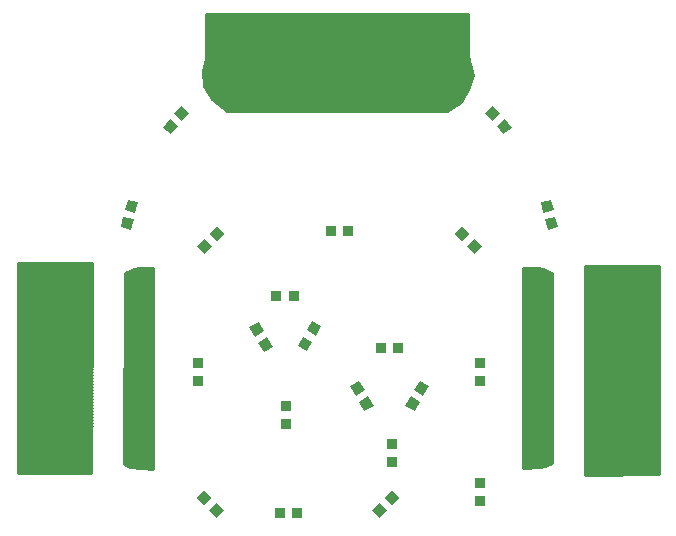
<source format=gts>
%FSLAX46Y46*%
%MOIN*%
%ADD10C,0.01*%
%ADD11C,0.043*%
%ADD12R,0.0355X0.0355*%
%ADD14C,0.05124*%
%LPD*%
D10*
X39070Y232510D02*
G01*
X284990Y230010D01*
X286660Y930000D01*
X39070Y931670D01*
Y232510D01*
Y237000D02*
X285010D01*
X285030Y246990D02*
X39070D01*
Y256970D02*
X285060D01*
X285080Y266960D02*
X39070D01*
Y276940D02*
X285110D01*
X285130Y286930D02*
X39070D01*
Y296910D02*
X285150D01*
X285180Y306900D02*
X39070D01*
Y316880D02*
X285200D01*
X285220Y326870D02*
X39070D01*
Y336850D02*
X285250D01*
X285270Y346840D02*
X39070D01*
Y356820D02*
X285300D01*
X285320Y366810D02*
X39070D01*
Y376790D02*
X285340D01*
X285370Y386780D02*
X39070D01*
Y396760D02*
X285390D01*
X285410Y406750D02*
X39070D01*
Y416730D02*
X285440D01*
X285460Y426720D02*
X39070D01*
Y436700D02*
X285490D01*
X285510Y446690D02*
X39070D01*
Y456670D02*
X285530D01*
X285560Y466660D02*
X39070D01*
Y476640D02*
X285580D01*
X285600Y486630D02*
X39070D01*
Y496610D02*
X285630D01*
X285650Y506600D02*
X39070D01*
Y516580D02*
X285680D01*
X285700Y526570D02*
X39070D01*
Y536550D02*
X285720D01*
X285750Y546540D02*
X39070D01*
Y556520D02*
X285770D01*
X285790Y566510D02*
X39070D01*
Y576490D02*
X285820D01*
X285840Y586480D02*
X39070D01*
Y596460D02*
X285870D01*
X285890Y606450D02*
X39070D01*
Y616430D02*
X285910D01*
X285940Y626420D02*
X39070D01*
Y636400D02*
X285960D01*
X285990Y646390D02*
X39070D01*
Y656380D02*
X286010D01*
X286030Y666360D02*
X39070D01*
Y676350D02*
X286060D01*
X286080Y686330D02*
X39070D01*
Y696320D02*
X286100D01*
X286130Y706300D02*
X39070D01*
Y716290D02*
X286150D01*
X286180Y726270D02*
X39070D01*
Y736260D02*
X286200D01*
X286220Y746240D02*
X39070D01*
Y756230D02*
X286250D01*
X286270Y766210D02*
X39070D01*
Y776200D02*
X286290D01*
X286320Y786180D02*
X39070D01*
Y796170D02*
X286340D01*
X286370Y806150D02*
X39070D01*
Y816140D02*
X286390D01*
X286410Y826120D02*
X39070D01*
Y836110D02*
X286440D01*
X286460Y846090D02*
X39070D01*
Y856080D02*
X286480D01*
X286510Y866060D02*
X39070D01*
Y876050D02*
X286530D01*
X286560Y886030D02*
X39070D01*
Y896020D02*
X286580D01*
X286600Y906000D02*
X39070D01*
Y915990D02*
X286630D01*
X286650Y925970D02*
X39070D01*
X395880Y897520D02*
X395040Y260830D01*
X414830Y249870D01*
X491360Y245000D01*
Y915010D01*
X446490Y914600D01*
X427330Y910430D01*
X395880Y897520D01*
Y896020D02*
X491360D01*
Y906000D02*
X416540D01*
X395860Y886030D02*
X491360D01*
Y876050D02*
X395850D01*
X395840Y866060D02*
X491360D01*
Y856080D02*
X395820D01*
X395810Y846090D02*
X491360D01*
Y836110D02*
X395800D01*
X395780Y826120D02*
X491360D01*
Y816140D02*
X395770D01*
X395760Y806150D02*
X491360D01*
Y796170D02*
X395740D01*
X395730Y786180D02*
X491360D01*
Y776200D02*
X395720D01*
X395710Y766210D02*
X491360D01*
Y756230D02*
X395690D01*
X395680Y746240D02*
X491360D01*
Y736260D02*
X395670D01*
X395650Y726270D02*
X491360D01*
Y716290D02*
X395640D01*
X395630Y706300D02*
X491360D01*
Y696320D02*
X395610D01*
X395600Y686330D02*
X491360D01*
Y676350D02*
X395590D01*
X395570Y666360D02*
X491360D01*
Y656380D02*
X395560D01*
X395550Y646390D02*
X491360D01*
Y636400D02*
X395540D01*
X395520Y626420D02*
X491360D01*
Y616430D02*
X395510D01*
X395500Y606450D02*
X491360D01*
Y596460D02*
X395480D01*
X395470Y586480D02*
X491360D01*
Y576490D02*
X395460D01*
X395440Y566510D02*
X491360D01*
Y556520D02*
X395430D01*
X395420Y546540D02*
X491360D01*
Y536550D02*
X395400D01*
X395390Y526570D02*
X491360D01*
Y516580D02*
X395380D01*
X395370Y506600D02*
X491360D01*
Y496610D02*
X395350D01*
X395340Y486630D02*
X491360D01*
Y476640D02*
X395330D01*
X395310Y466660D02*
X491360D01*
Y456670D02*
X395300D01*
X395290Y446690D02*
X491360D01*
Y436700D02*
X395270D01*
X395260Y426720D02*
X491360D01*
Y416730D02*
X395250D01*
X395230Y406750D02*
X491360D01*
Y396760D02*
X395220D01*
X395210Y386780D02*
X491360D01*
Y376790D02*
X395200D01*
X395180Y366810D02*
X491360D01*
Y356820D02*
X395170D01*
X395160Y346840D02*
X491360D01*
Y336850D02*
X395140D01*
X395130Y326870D02*
X491360D01*
Y316880D02*
X395120D01*
X395100Y306900D02*
X491360D01*
Y296910D02*
X395090D01*
X395080Y286930D02*
X491360D01*
Y276940D02*
X395070D01*
X395050Y266960D02*
X491360D01*
Y256970D02*
X402010D01*
X460130Y246990D02*
X491360D01*
X1723800Y249160D02*
Y914180D01*
X1769290Y914600D01*
X1789280Y909600D01*
X1803440Y902940D01*
X1815940Y898770D01*
X1819610Y899180D01*
Y265820D01*
X1795950Y255700D01*
X1777620Y251530D01*
X1723800Y249160D01*
Y256970D02*
X1798920D01*
X1819610Y266960D02*
X1723800D01*
Y276940D02*
X1819610D01*
Y286930D02*
X1723800D01*
Y296910D02*
X1819610D01*
Y306900D02*
X1723800D01*
Y316880D02*
X1819610D01*
Y326870D02*
X1723800D01*
Y336850D02*
X1819610D01*
Y346840D02*
X1723800D01*
Y356820D02*
X1819610D01*
Y366810D02*
X1723800D01*
Y376790D02*
X1819610D01*
Y386780D02*
X1723800D01*
Y396760D02*
X1819610D01*
Y406750D02*
X1723800D01*
Y416730D02*
X1819610D01*
Y426720D02*
X1723800D01*
Y436700D02*
X1819610D01*
Y446690D02*
X1723800D01*
Y456670D02*
X1819610D01*
Y466660D02*
X1723800D01*
Y476640D02*
X1819610D01*
Y486630D02*
X1723800D01*
Y496610D02*
X1819610D01*
Y506600D02*
X1723800D01*
Y516580D02*
X1819610D01*
Y526570D02*
X1723800D01*
Y536550D02*
X1819610D01*
Y546540D02*
X1723800D01*
Y556520D02*
X1819610D01*
Y566510D02*
X1723800D01*
Y576490D02*
X1819610D01*
Y586480D02*
X1723800D01*
Y596460D02*
X1819610D01*
Y606450D02*
X1723800D01*
Y616430D02*
X1819610D01*
Y626420D02*
X1723800D01*
Y636400D02*
X1819610D01*
Y646390D02*
X1723800D01*
Y656380D02*
X1819610D01*
Y666360D02*
X1723800D01*
Y676350D02*
X1819610D01*
Y686330D02*
X1723800D01*
Y696320D02*
X1819610D01*
Y706300D02*
X1723800D01*
Y716290D02*
X1819610D01*
Y726270D02*
X1723800D01*
Y736260D02*
X1819610D01*
Y746240D02*
X1723800D01*
Y756230D02*
X1819610D01*
Y766210D02*
X1723800D01*
Y776200D02*
X1819610D01*
Y786180D02*
X1723800D01*
Y796170D02*
X1819610D01*
Y806150D02*
X1723800D01*
Y816140D02*
X1819610D01*
Y826120D02*
X1723800D01*
Y836110D02*
X1819610D01*
Y846090D02*
X1723800D01*
Y856080D02*
X1819610D01*
Y866060D02*
X1723800D01*
Y876050D02*
X1819610D01*
Y886030D02*
X1723800D01*
Y896020D02*
X1819610D01*
X1796930Y906000D02*
X1723800D01*
X1930070D02*
X2176100D01*
Y896020D02*
X1930070D01*
Y886030D02*
X2176100D01*
Y876050D02*
X1930070D01*
Y866060D02*
X2176100D01*
Y856080D02*
X1930070D01*
Y846090D02*
X2176100D01*
Y836110D02*
X1930070D01*
Y826120D02*
X2176100D01*
Y816140D02*
X1930070D01*
Y806150D02*
X2176100D01*
Y796170D02*
X1930070D01*
Y786180D02*
X2176100D01*
Y776200D02*
X1930070D01*
Y766210D02*
X2176100D01*
Y756230D02*
X1930070D01*
Y746240D02*
X2176100D01*
Y736260D02*
X1930070D01*
Y726270D02*
X2176100D01*
Y716290D02*
X1930070D01*
Y706300D02*
X2176100D01*
Y696320D02*
X1930070D01*
Y686330D02*
X2176100D01*
Y676350D02*
X1930070D01*
Y666360D02*
X2176100D01*
Y656380D02*
X1930070D01*
Y646390D02*
X2176100D01*
Y636400D02*
X1930070D01*
Y626420D02*
X2176100D01*
Y616430D02*
X1930070D01*
Y606450D02*
X2176100D01*
Y596460D02*
X1930070D01*
Y586480D02*
X2176100D01*
Y576490D02*
X1930070D01*
Y566510D02*
X2176100D01*
Y556520D02*
X1930070D01*
Y546540D02*
X2176100D01*
Y536550D02*
X1930070D01*
Y526570D02*
X2176100D01*
Y516580D02*
X1930070D01*
Y506600D02*
X2176100D01*
Y496610D02*
X1930070D01*
Y486630D02*
X2176100D01*
Y476640D02*
X1930070D01*
Y466660D02*
X2176100D01*
Y456670D02*
X1930070D01*
Y446690D02*
X2176100D01*
Y436700D02*
X1930070D01*
Y426720D02*
X2176100D01*
Y416730D02*
X1930070D01*
Y406750D02*
X2176100D01*
Y396760D02*
X1930070D01*
Y386780D02*
X2176100D01*
Y376790D02*
X1930070D01*
Y366810D02*
X2176100D01*
Y356820D02*
X1930070D01*
Y346840D02*
X2176100D01*
Y336850D02*
X1930070D01*
Y326870D02*
X2176100D01*
Y316880D02*
X1930070D01*
Y306900D02*
X2176100D01*
Y296910D02*
X1930070D01*
Y286930D02*
X2176100D01*
Y276940D02*
X1930070D01*
Y266960D02*
X2176100D01*
Y256970D02*
X1930070D01*
Y246990D02*
X2176100D01*
Y237000D02*
X1930070D01*
Y227020D02*
X2176100D01*
Y226680D02*
Y921830D01*
X1930070Y921000D01*
Y225850D01*
X2176100Y226680D01*
Y915990D02*
X1930070D01*
X1516660Y1467510D02*
X1471660Y1437510D01*
X736660D01*
X686660Y1477510D01*
X661660Y1522510D01*
X656660Y1572510D01*
X666660Y1612510D01*
Y1762350D01*
X1541660D01*
Y1617510D01*
X1556660Y1557510D01*
X1541660Y1512510D01*
X1516660Y1467510D01*
X1513150Y1465170D02*
X702080D01*
X689600Y1475150D02*
X1520910D01*
X1526460Y1485140D02*
X682420D01*
X676870Y1495120D02*
X1532000D01*
X1537550Y1505110D02*
X671320D01*
X665780Y1515090D02*
X1542520D01*
X1545850Y1525080D02*
X661400D01*
X660400Y1535060D02*
X1549180D01*
X1552510Y1545050D02*
X659410D01*
X658410Y1555040D02*
X1555840D01*
X1554780Y1565020D02*
X657410D01*
X657280Y1575010D02*
X1552290D01*
X1549790Y1584990D02*
X659780D01*
X662280Y1594980D02*
X1547290D01*
X1544800Y1604960D02*
X664770D01*
X666660Y1614950D02*
X1542300D01*
X1541660Y1624930D02*
X666660D01*
Y1634920D02*
X1541660D01*
Y1644900D02*
X666660D01*
Y1654890D02*
X1541660D01*
Y1664870D02*
X666660D01*
Y1674860D02*
X1541660D01*
Y1684840D02*
X666660D01*
Y1694830D02*
X1541660D01*
Y1704810D02*
X666660D01*
Y1714800D02*
X1541660D01*
Y1724780D02*
X666660D01*
Y1734770D02*
X1541660D01*
Y1744750D02*
X666660D01*
Y1754740D02*
X1541660D01*
X714560Y1455180D02*
X1498180D01*
X1483200Y1445200D02*
X727040D01*
D11*
X2030730Y679690D03*
X2110730D03*
X2070730Y479690D03*
D12*
X1581660Y537980D03*
Y597030D03*
X1308330Y649450D03*
X1249270D03*
X959550Y820660D03*
X900500D03*
X1082130Y1037510D03*
X1141190D03*
X641660Y597030D03*
Y537980D03*
X933200Y453860D03*
Y394800D03*
X912130Y97510D03*
X971190D03*
X1286660Y267980D03*
Y327030D03*
X1581660Y197030D03*
Y137980D03*
G36*
X1312640Y148390D02*
X1287540Y123290D01*
X1262440Y148390D01*
X1287540Y173490D01*
X1312640Y148390D01*
G37*
G36*
X1270880Y106630D02*
X1245780Y81530D01*
X1220680Y106630D01*
X1245780Y131730D01*
X1270880Y106630D01*
G37*
G36*
X1208100Y486410D02*
X1225850Y455680D01*
X1195120Y437930D01*
X1177370Y468660D01*
X1208100Y486410D01*
G37*
G36*
X1178570Y537560D02*
X1196320Y506830D01*
X1165590Y489080D01*
X1147840Y519810D01*
X1178570Y537560D01*
G37*
G36*
X1331740Y455680D02*
X1349490Y486410D01*
X1380220Y468660D01*
X1362470Y437930D01*
X1331740Y455680D01*
G37*
G36*
X1361270Y506830D02*
X1379020Y537560D01*
X1409750Y519810D01*
X1392000Y489080D01*
X1361270Y506830D01*
G37*
G36*
X1002990Y706580D02*
X1020740Y737310D01*
X1051470Y719560D01*
X1033720Y688830D01*
X1002990Y706580D01*
G37*
G36*
X973460Y655430D02*
X991210Y686160D01*
X1021940Y668410D01*
X1004190Y637680D01*
X973460Y655430D01*
G37*
G36*
X872010Y682990D02*
X889760Y652260D01*
X859030Y634510D01*
X841280Y665240D01*
X872010Y682990D01*
G37*
G36*
X842480Y734140D02*
X860230Y703410D01*
X829500Y685660D01*
X811750Y716390D01*
X842480Y734140D01*
G37*
G36*
X635680Y986630D02*
X660780Y1011730D01*
X685880Y986630D01*
X660780Y961530D01*
X635680Y986630D01*
G37*
G36*
X677440Y1028390D02*
X702540Y1053490D01*
X727640Y1028390D01*
X702540Y1003290D01*
X677440Y1028390D01*
G37*
G36*
X441030Y1133580D02*
X431850Y1099300D01*
X397570Y1108480D01*
X406750Y1142760D01*
X441030Y1133580D01*
G37*
G36*
X425750Y1076530D02*
X416570Y1042250D01*
X382290Y1051430D01*
X391470Y1085710D01*
X425750Y1076530D01*
G37*
G36*
X572680Y1387070D02*
X549860Y1359890D01*
X522680Y1382710D01*
X545500Y1409890D01*
X572680Y1387070D01*
G37*
G36*
X610640Y1432310D02*
X587820Y1405130D01*
X560640Y1427950D01*
X583460Y1455130D01*
X610640Y1432310D01*
G37*
G36*
X899870Y1592310D02*
X865590Y1583130D01*
X856410Y1617410D01*
X890690Y1626590D01*
X899870Y1592310D01*
G37*
G36*
X956910Y1607600D02*
X922630Y1598420D01*
X913450Y1632700D01*
X947730Y1641880D01*
X956910Y1607600D01*
G37*
G36*
X1275590Y1641880D02*
X1309870Y1632700D01*
X1300690Y1598420D01*
X1266410Y1607600D01*
X1275590Y1641880D01*
G37*
G36*
X1332630Y1626590D02*
X1366910Y1617410D01*
X1357730Y1583130D01*
X1323450Y1592310D01*
X1332630Y1626590D01*
G37*
G36*
X1624860Y1455130D02*
X1647680Y1427950D01*
X1620500Y1405130D01*
X1597680Y1432310D01*
X1624860Y1455130D01*
G37*
G36*
X1662820Y1409890D02*
X1685640Y1382710D01*
X1658460Y1359890D01*
X1635640Y1387070D01*
X1662820Y1409890D01*
G37*
G36*
X1816570Y1142760D02*
X1825750Y1108480D01*
X1791470Y1099300D01*
X1782290Y1133580D01*
X1816570Y1142760D01*
G37*
G36*
X1831850Y1085710D02*
X1841030Y1051430D01*
X1806750Y1042250D01*
X1797570Y1076530D01*
X1831850Y1085710D01*
G37*
G36*
X1562540Y961530D02*
X1537440Y986630D01*
X1562540Y1011730D01*
X1587640Y986630D01*
X1562540Y961530D01*
G37*
G36*
X1520780Y1003290D02*
X1495680Y1028390D01*
X1520780Y1053490D01*
X1545880Y1028390D01*
X1520780Y1003290D01*
G37*
G36*
X660780Y123290D02*
X635680Y148390D01*
X660780Y173490D01*
X685880Y148390D01*
X660780Y123290D01*
G37*
G36*
X702540Y81530D02*
X677440Y106630D01*
X702540Y131730D01*
X727640Y106630D01*
X702540Y81530D01*
G37*
D14*
X233440Y589120D03*
X133440D03*
Y688110D03*
X233440D03*
M02*

</source>
